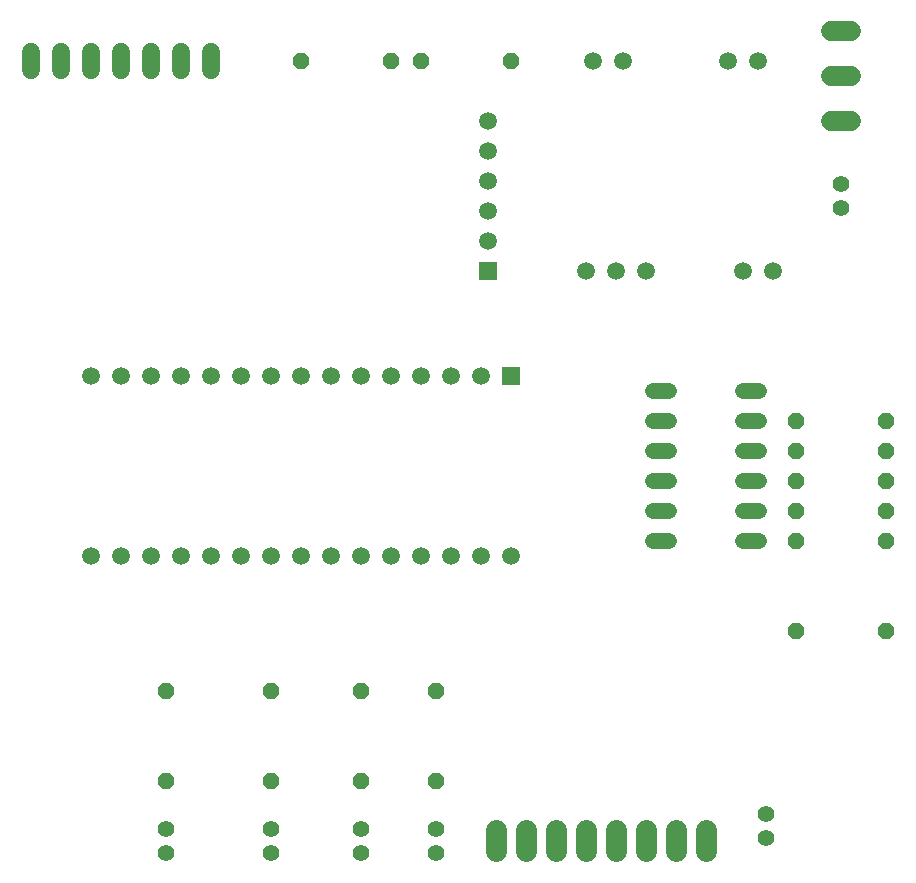
<source format=gbr>
G04 EAGLE Gerber RS-274X export*
G75*
%MOMM*%
%FSLAX34Y34*%
%LPD*%
%INTop Copper*%
%IPPOS*%
%AMOC8*
5,1,8,0,0,1.08239X$1,22.5*%
G01*
%ADD10C,1.408000*%
%ADD11R,1.508000X1.508000*%
%ADD12C,1.508000*%
%ADD13P,1.429621X8X22.500000*%
%ADD14P,1.429621X8X202.500000*%
%ADD15P,1.429621X8X292.500000*%
%ADD16C,1.676400*%
%ADD17C,1.524000*%
%ADD18C,1.320800*%
%ADD19C,1.778000*%


D10*
X723900Y612300D03*
X723900Y632300D03*
X152400Y66200D03*
X152400Y86200D03*
X241300Y66200D03*
X241300Y86200D03*
X317500Y66200D03*
X317500Y86200D03*
X381000Y66200D03*
X381000Y86200D03*
X660400Y98900D03*
X660400Y78900D03*
D11*
X444500Y469900D03*
D12*
X419100Y469900D03*
X393700Y469900D03*
X368300Y469900D03*
X342900Y469900D03*
X317500Y469900D03*
X292100Y469900D03*
X266700Y469900D03*
X241300Y469900D03*
X215900Y469900D03*
X190500Y469900D03*
X165100Y469900D03*
X444500Y317500D03*
X419100Y317500D03*
X393700Y317500D03*
X368300Y317500D03*
X342900Y317500D03*
X317500Y317500D03*
X266700Y317500D03*
X241300Y317500D03*
X190500Y317500D03*
X165100Y317500D03*
X215900Y317500D03*
X292100Y317500D03*
X139700Y469900D03*
X114300Y469900D03*
X88900Y469900D03*
X139700Y317500D03*
X114300Y317500D03*
X88900Y317500D03*
D13*
X368300Y736600D03*
X444500Y736600D03*
D14*
X342900Y736600D03*
X266700Y736600D03*
D15*
X152400Y203200D03*
X152400Y127000D03*
X241300Y203200D03*
X241300Y127000D03*
X317500Y203200D03*
X317500Y127000D03*
X381000Y203200D03*
X381000Y127000D03*
D14*
X762000Y254000D03*
X685800Y254000D03*
D13*
X685800Y431800D03*
X762000Y431800D03*
X685800Y406400D03*
X762000Y406400D03*
X685800Y381000D03*
X762000Y381000D03*
D14*
X762000Y355600D03*
X685800Y355600D03*
D13*
X685800Y330200D03*
X762000Y330200D03*
D16*
X732282Y762000D02*
X715518Y762000D01*
X715518Y723900D02*
X732282Y723900D01*
X732282Y685800D02*
X715518Y685800D01*
D17*
X190500Y728980D02*
X190500Y744220D01*
X165100Y744220D02*
X165100Y728980D01*
X139700Y728980D02*
X139700Y744220D01*
X114300Y744220D02*
X114300Y728980D01*
X88900Y728980D02*
X88900Y744220D01*
X63500Y744220D02*
X63500Y728980D01*
X38100Y728980D02*
X38100Y744220D01*
D18*
X564896Y457200D02*
X578104Y457200D01*
X578104Y431800D02*
X564896Y431800D01*
X641096Y330200D02*
X654304Y330200D01*
X654304Y355600D02*
X641096Y355600D01*
X578104Y406400D02*
X564896Y406400D01*
X564896Y381000D02*
X578104Y381000D01*
X578104Y330200D02*
X564896Y330200D01*
X564896Y355600D02*
X578104Y355600D01*
X641096Y381000D02*
X654304Y381000D01*
X654304Y406400D02*
X641096Y406400D01*
X641096Y431800D02*
X654304Y431800D01*
X654304Y457200D02*
X641096Y457200D01*
D12*
X425450Y584200D03*
D11*
X425450Y558800D03*
D12*
X425450Y609600D03*
X425450Y635000D03*
X425450Y660400D03*
X425450Y685800D03*
D19*
X508000Y85090D02*
X508000Y67310D01*
X533400Y67310D02*
X533400Y85090D01*
X482600Y85090D02*
X482600Y67310D01*
X457200Y67310D02*
X457200Y85090D01*
X431800Y85090D02*
X431800Y67310D01*
X558800Y67310D02*
X558800Y85090D01*
X584200Y85090D02*
X584200Y67310D01*
X609600Y67310D02*
X609600Y85090D01*
D12*
X514350Y736600D03*
X539750Y736600D03*
X654050Y736600D03*
X628650Y736600D03*
X666750Y558800D03*
X641350Y558800D03*
X508000Y558800D03*
X533400Y558800D03*
X558800Y558800D03*
M02*

</source>
